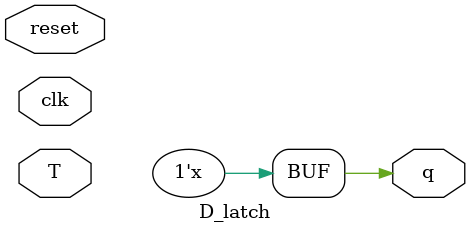
<source format=v>
module D_latch(input T,clk,reset,output reg q);
  always @(clk or d or reset) begin
    if (reset)
      q<=0;
    if(clk)
      q<=T?~q:q;
    else 
      q<=q;
  end
endmodule

</source>
